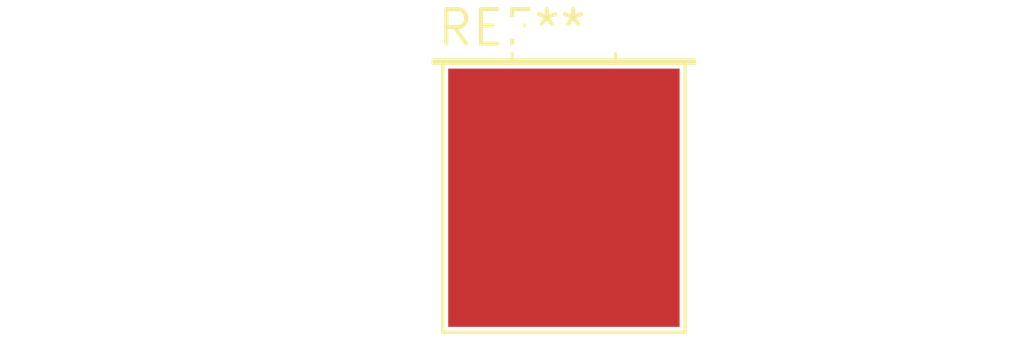
<source format=kicad_pcb>
(kicad_pcb (version 20240108) (generator pcbnew)
  (layers (0 "F.Cu" signal) (31 "B.Cu" signal) (34 "B.Paste" user) (35 "F.Paste" user) (36 "B.SilkS" user "B.Silkscreen") (37 "F.SilkS" user "F.Silkscreen") (38 "B.Mask" user) (39 "F.Mask" user) (44 "Edge.Cuts" user))
  (net 0 "")
  (footprint "Crystal_HC52-U_Horizontal_1EP_style1" (layer "F.Cu") (at 0 0)
    (property "Reference" "REF**")
    (property "Value" "Crystal_HC52-U_Horizontal_1EP_style1")
    (fp_line (start -2.9 1.18) (end 6.7 1.18) (layer "F.SilkS") (stroke (width 0.12)))
    (fp_line (start -2.9 1.3) (end -2.9 1.18) (layer "F.SilkS") (stroke (width 0.12)))
    (fp_line (start -2.55 1.3) (end -2.55 11.2) (layer "F.SilkS") (stroke (width 0.12)))
    (fp_line (start -2.55 11.2) (end 6.35 11.2) (layer "F.SilkS") (stroke (width 0.12)))
    (fp_line (start 0 0.95) (end 0 0.95) (layer "F.SilkS") (stroke (width 0.12)))
    (fp_line (start 0 1.3) (end 0 0.95) (layer "F.SilkS") (stroke (width 0.12)))
    (fp_line (start 3.8 0.95) (end 3.8 0.95) (layer "F.SilkS") (stroke (width 0.12)))
    (fp_line (start 3.8 1.3) (end 3.8 0.95) (layer "F.SilkS") (stroke (width 0.12)))
    (fp_line (start 6.35 1.3) (end -2.55 1.3) (layer "F.SilkS") (stroke (width 0.12)))
    (fp_line (start 6.35 11.2) (end 6.35 1.3) (layer "F.SilkS") (stroke (width 0.12)))
    (fp_line (start 6.7 1.18) (end 6.7 1.3) (layer "F.SilkS") (stroke (width 0.12)))
    (fp_line (start 6.7 1.3) (end -2.9 1.3) (layer "F.SilkS") (stroke (width 0.12)))
    (pad "1" thru_hole circle (at 0 0) (size 1.5 1.5) (drill 0.8) (layers *.Cu *.Mask) (remove_unused_layers))
    (pad "2" thru_hole circle (at 3.8 0) (size 1.5 1.5) (drill 0.8) (layers *.Cu *.Mask) (remove_unused_layers))
    (pad "3" smd rect (at 1.9 6.25) (size 8.5 9.5) (layers "F.Cu" "F.Paste" "F.Mask"))
  )
)
</source>
